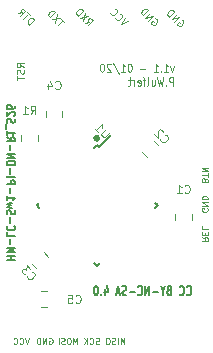
<source format=gbo>
G04 #@! TF.GenerationSoftware,KiCad,Pcbnew,(5.1.4)-1*
G04 #@! TF.CreationDate,2020-01-26T17:58:18+01:00*
G04 #@! TF.ProjectId,HM-LC-Sw1-Pl-DN-R1_S26,484d2d4c-432d-4537-9731-2d506c2d444e,rev?*
G04 #@! TF.SameCoordinates,Original*
G04 #@! TF.FileFunction,Legend,Bot*
G04 #@! TF.FilePolarity,Positive*
%FSLAX46Y46*%
G04 Gerber Fmt 4.6, Leading zero omitted, Abs format (unit mm)*
G04 Created by KiCad (PCBNEW (5.1.4)-1) date 2020-01-26 17:58:18*
%MOMM*%
%LPD*%
G04 APERTURE LIST*
%ADD10C,0.100000*%
%ADD11C,0.140000*%
%ADD12C,0.200000*%
%ADD13C,0.120000*%
%ADD14C,0.130000*%
%ADD15C,0.150000*%
G04 APERTURE END LIST*
D10*
X157385380Y-93911116D02*
X157445990Y-93931319D01*
X157506599Y-93991928D01*
X157547005Y-94072741D01*
X157547005Y-94153553D01*
X157526802Y-94214162D01*
X157466193Y-94315177D01*
X157405583Y-94375786D01*
X157304568Y-94436396D01*
X157243959Y-94456599D01*
X157163147Y-94456599D01*
X157082335Y-94416193D01*
X157041928Y-94375786D01*
X157001522Y-94294974D01*
X157001522Y-94254568D01*
X157142944Y-94113147D01*
X157223756Y-94193959D01*
X156779289Y-94113147D02*
X157203553Y-93688883D01*
X156536852Y-93870710D01*
X156961116Y-93446446D01*
X156334822Y-93668680D02*
X156759086Y-93244416D01*
X156658071Y-93143400D01*
X156577258Y-93102994D01*
X156496446Y-93102994D01*
X156435837Y-93123197D01*
X156334822Y-93183806D01*
X156274213Y-93244416D01*
X156213603Y-93345431D01*
X156193400Y-93406040D01*
X156193400Y-93486852D01*
X156233806Y-93567664D01*
X156334822Y-93668680D01*
X161297489Y-112440209D02*
X161535584Y-112606876D01*
X161297489Y-112725923D02*
X161797489Y-112725923D01*
X161797489Y-112535447D01*
X161773680Y-112487828D01*
X161749870Y-112464019D01*
X161702251Y-112440209D01*
X161630822Y-112440209D01*
X161583203Y-112464019D01*
X161559394Y-112487828D01*
X161535584Y-112535447D01*
X161535584Y-112725923D01*
X161559394Y-112225923D02*
X161559394Y-112059257D01*
X161297489Y-111987828D02*
X161297489Y-112225923D01*
X161797489Y-112225923D01*
X161797489Y-111987828D01*
X161297489Y-111535447D02*
X161297489Y-111773542D01*
X161797489Y-111773542D01*
X161569554Y-107584346D02*
X161545744Y-107512918D01*
X161521935Y-107489108D01*
X161474316Y-107465299D01*
X161402887Y-107465299D01*
X161355268Y-107489108D01*
X161331459Y-107512918D01*
X161307649Y-107560537D01*
X161307649Y-107751013D01*
X161807649Y-107751013D01*
X161807649Y-107584346D01*
X161783840Y-107536727D01*
X161760030Y-107512918D01*
X161712411Y-107489108D01*
X161664792Y-107489108D01*
X161617173Y-107512918D01*
X161593363Y-107536727D01*
X161569554Y-107584346D01*
X161569554Y-107751013D01*
X161807649Y-107322441D02*
X161807649Y-107036727D01*
X161307649Y-107179584D02*
X161807649Y-107179584D01*
X161307649Y-106870060D02*
X161807649Y-106870060D01*
X161307649Y-106584346D01*
X161807649Y-106584346D01*
X161783840Y-110012432D02*
X161807649Y-110060051D01*
X161807649Y-110131480D01*
X161783840Y-110202908D01*
X161736220Y-110250527D01*
X161688601Y-110274337D01*
X161593363Y-110298146D01*
X161521935Y-110298146D01*
X161426697Y-110274337D01*
X161379078Y-110250527D01*
X161331459Y-110202908D01*
X161307649Y-110131480D01*
X161307649Y-110083860D01*
X161331459Y-110012432D01*
X161355268Y-109988622D01*
X161521935Y-109988622D01*
X161521935Y-110083860D01*
X161307649Y-109774337D02*
X161807649Y-109774337D01*
X161307649Y-109488622D01*
X161807649Y-109488622D01*
X161307649Y-109250527D02*
X161807649Y-109250527D01*
X161807649Y-109131480D01*
X161783840Y-109060051D01*
X161736220Y-109012432D01*
X161688601Y-108988622D01*
X161593363Y-108964813D01*
X161521935Y-108964813D01*
X161426697Y-108988622D01*
X161379078Y-109012432D01*
X161331459Y-109060051D01*
X161307649Y-109131480D01*
X161307649Y-109250527D01*
D11*
X160042857Y-117285714D02*
X160071428Y-117323809D01*
X160157142Y-117361904D01*
X160214285Y-117361904D01*
X160300000Y-117323809D01*
X160357142Y-117247619D01*
X160385714Y-117171428D01*
X160414285Y-117019047D01*
X160414285Y-116904761D01*
X160385714Y-116752380D01*
X160357142Y-116676190D01*
X160300000Y-116600000D01*
X160214285Y-116561904D01*
X160157142Y-116561904D01*
X160071428Y-116600000D01*
X160042857Y-116638095D01*
X159442857Y-117285714D02*
X159471428Y-117323809D01*
X159557142Y-117361904D01*
X159614285Y-117361904D01*
X159700000Y-117323809D01*
X159757142Y-117247619D01*
X159785714Y-117171428D01*
X159814285Y-117019047D01*
X159814285Y-116904761D01*
X159785714Y-116752380D01*
X159757142Y-116676190D01*
X159700000Y-116600000D01*
X159614285Y-116561904D01*
X159557142Y-116561904D01*
X159471428Y-116600000D01*
X159442857Y-116638095D01*
X158528571Y-116942857D02*
X158442857Y-116980952D01*
X158414285Y-117019047D01*
X158385714Y-117095238D01*
X158385714Y-117209523D01*
X158414285Y-117285714D01*
X158442857Y-117323809D01*
X158500000Y-117361904D01*
X158728571Y-117361904D01*
X158728571Y-116561904D01*
X158528571Y-116561904D01*
X158471428Y-116600000D01*
X158442857Y-116638095D01*
X158414285Y-116714285D01*
X158414285Y-116790476D01*
X158442857Y-116866666D01*
X158471428Y-116904761D01*
X158528571Y-116942857D01*
X158728571Y-116942857D01*
X158014285Y-116980952D02*
X158014285Y-117361904D01*
X158214285Y-116561904D02*
X158014285Y-116980952D01*
X157814285Y-116561904D01*
X157614285Y-117057142D02*
X157157142Y-117057142D01*
X156871428Y-117361904D02*
X156871428Y-116561904D01*
X156528571Y-117361904D01*
X156528571Y-116561904D01*
X155900000Y-117285714D02*
X155928571Y-117323809D01*
X156014285Y-117361904D01*
X156071428Y-117361904D01*
X156157142Y-117323809D01*
X156214285Y-117247619D01*
X156242857Y-117171428D01*
X156271428Y-117019047D01*
X156271428Y-116904761D01*
X156242857Y-116752380D01*
X156214285Y-116676190D01*
X156157142Y-116600000D01*
X156071428Y-116561904D01*
X156014285Y-116561904D01*
X155928571Y-116600000D01*
X155900000Y-116638095D01*
X155642857Y-117057142D02*
X155185714Y-117057142D01*
X154928571Y-117323809D02*
X154842857Y-117361904D01*
X154700000Y-117361904D01*
X154642857Y-117323809D01*
X154614285Y-117285714D01*
X154585714Y-117209523D01*
X154585714Y-117133333D01*
X154614285Y-117057142D01*
X154642857Y-117019047D01*
X154700000Y-116980952D01*
X154814285Y-116942857D01*
X154871428Y-116904761D01*
X154900000Y-116866666D01*
X154928571Y-116790476D01*
X154928571Y-116714285D01*
X154900000Y-116638095D01*
X154871428Y-116600000D01*
X154814285Y-116561904D01*
X154671428Y-116561904D01*
X154585714Y-116600000D01*
X154357142Y-117133333D02*
X154071428Y-117133333D01*
X154414285Y-117361904D02*
X154214285Y-116561904D01*
X154014285Y-117361904D01*
X153100000Y-116828571D02*
X153100000Y-117361904D01*
X153242857Y-116523809D02*
X153385714Y-117095238D01*
X153014285Y-117095238D01*
X152785714Y-117285714D02*
X152757142Y-117323809D01*
X152785714Y-117361904D01*
X152814285Y-117323809D01*
X152785714Y-117285714D01*
X152785714Y-117361904D01*
X152385714Y-116561904D02*
X152328571Y-116561904D01*
X152271428Y-116600000D01*
X152242857Y-116638095D01*
X152214285Y-116714285D01*
X152185714Y-116866666D01*
X152185714Y-117057142D01*
X152214285Y-117209523D01*
X152242857Y-117285714D01*
X152271428Y-117323809D01*
X152328571Y-117361904D01*
X152385714Y-117361904D01*
X152442857Y-117323809D01*
X152471428Y-117285714D01*
X152500000Y-117209523D01*
X152528571Y-117057142D01*
X152528571Y-116866666D01*
X152500000Y-116714285D01*
X152471428Y-116638095D01*
X152442857Y-116600000D01*
X152385714Y-116561904D01*
D12*
X152622892Y-104068880D02*
G75*
G03X152622892Y-104068880I-215586J0D01*
G01*
X152512824Y-104053640D02*
G75*
G03X152512824Y-104053640I-97584J0D01*
G01*
D10*
X146665866Y-120985790D02*
X146499200Y-121485790D01*
X146332533Y-120985790D01*
X145880152Y-121438171D02*
X145903961Y-121461980D01*
X145975390Y-121485790D01*
X146023009Y-121485790D01*
X146094438Y-121461980D01*
X146142057Y-121414361D01*
X146165866Y-121366742D01*
X146189676Y-121271504D01*
X146189676Y-121200076D01*
X146165866Y-121104838D01*
X146142057Y-121057219D01*
X146094438Y-121009600D01*
X146023009Y-120985790D01*
X145975390Y-120985790D01*
X145903961Y-121009600D01*
X145880152Y-121033409D01*
X145380152Y-121438171D02*
X145403961Y-121461980D01*
X145475390Y-121485790D01*
X145523009Y-121485790D01*
X145594438Y-121461980D01*
X145642057Y-121414361D01*
X145665866Y-121366742D01*
X145689676Y-121271504D01*
X145689676Y-121200076D01*
X145665866Y-121104838D01*
X145642057Y-121057219D01*
X145594438Y-121009600D01*
X145523009Y-120985790D01*
X145475390Y-120985790D01*
X145403961Y-121009600D01*
X145380152Y-121033409D01*
X148386752Y-121009600D02*
X148434371Y-120985790D01*
X148505800Y-120985790D01*
X148577228Y-121009600D01*
X148624847Y-121057219D01*
X148648657Y-121104838D01*
X148672466Y-121200076D01*
X148672466Y-121271504D01*
X148648657Y-121366742D01*
X148624847Y-121414361D01*
X148577228Y-121461980D01*
X148505800Y-121485790D01*
X148458180Y-121485790D01*
X148386752Y-121461980D01*
X148362942Y-121438171D01*
X148362942Y-121271504D01*
X148458180Y-121271504D01*
X148148657Y-121485790D02*
X148148657Y-120985790D01*
X147862942Y-121485790D01*
X147862942Y-120985790D01*
X147624847Y-121485790D02*
X147624847Y-120985790D01*
X147505800Y-120985790D01*
X147434371Y-121009600D01*
X147386752Y-121057219D01*
X147362942Y-121104838D01*
X147339133Y-121200076D01*
X147339133Y-121271504D01*
X147362942Y-121366742D01*
X147386752Y-121414361D01*
X147434371Y-121461980D01*
X147505800Y-121485790D01*
X147624847Y-121485790D01*
D13*
X158936285Y-97980000D02*
X158793428Y-98446666D01*
X158650571Y-97980000D01*
X158107714Y-98446666D02*
X158450571Y-98446666D01*
X158279142Y-98446666D02*
X158279142Y-97746666D01*
X158336285Y-97846666D01*
X158393428Y-97913333D01*
X158450571Y-97946666D01*
X157850571Y-98380000D02*
X157822000Y-98413333D01*
X157850571Y-98446666D01*
X157879142Y-98413333D01*
X157850571Y-98380000D01*
X157850571Y-98446666D01*
X157250571Y-98446666D02*
X157593428Y-98446666D01*
X157422000Y-98446666D02*
X157422000Y-97746666D01*
X157479142Y-97846666D01*
X157536285Y-97913333D01*
X157593428Y-97946666D01*
X156536285Y-98180000D02*
X156079142Y-98180000D01*
X155222000Y-97746666D02*
X155164857Y-97746666D01*
X155107714Y-97780000D01*
X155079142Y-97813333D01*
X155050571Y-97880000D01*
X155022000Y-98013333D01*
X155022000Y-98180000D01*
X155050571Y-98313333D01*
X155079142Y-98380000D01*
X155107714Y-98413333D01*
X155164857Y-98446666D01*
X155222000Y-98446666D01*
X155279142Y-98413333D01*
X155307714Y-98380000D01*
X155336285Y-98313333D01*
X155364857Y-98180000D01*
X155364857Y-98013333D01*
X155336285Y-97880000D01*
X155307714Y-97813333D01*
X155279142Y-97780000D01*
X155222000Y-97746666D01*
X154450571Y-98446666D02*
X154793428Y-98446666D01*
X154622000Y-98446666D02*
X154622000Y-97746666D01*
X154679142Y-97846666D01*
X154736285Y-97913333D01*
X154793428Y-97946666D01*
X153764857Y-97713333D02*
X154279142Y-98613333D01*
X153593428Y-97813333D02*
X153564857Y-97780000D01*
X153507714Y-97746666D01*
X153364857Y-97746666D01*
X153307714Y-97780000D01*
X153279142Y-97813333D01*
X153250571Y-97880000D01*
X153250571Y-97946666D01*
X153279142Y-98046666D01*
X153622000Y-98446666D01*
X153250571Y-98446666D01*
X152879142Y-97746666D02*
X152822000Y-97746666D01*
X152764857Y-97780000D01*
X152736285Y-97813333D01*
X152707714Y-97880000D01*
X152679142Y-98013333D01*
X152679142Y-98180000D01*
X152707714Y-98313333D01*
X152736285Y-98380000D01*
X152764857Y-98413333D01*
X152822000Y-98446666D01*
X152879142Y-98446666D01*
X152936285Y-98413333D01*
X152964857Y-98380000D01*
X152993428Y-98313333D01*
X153022000Y-98180000D01*
X153022000Y-98013333D01*
X152993428Y-97880000D01*
X152964857Y-97813333D01*
X152936285Y-97780000D01*
X152879142Y-97746666D01*
X158879142Y-99616666D02*
X158879142Y-98916666D01*
X158650571Y-98916666D01*
X158593428Y-98950000D01*
X158564857Y-98983333D01*
X158536285Y-99050000D01*
X158536285Y-99150000D01*
X158564857Y-99216666D01*
X158593428Y-99250000D01*
X158650571Y-99283333D01*
X158879142Y-99283333D01*
X158279142Y-99550000D02*
X158250571Y-99583333D01*
X158279142Y-99616666D01*
X158307714Y-99583333D01*
X158279142Y-99550000D01*
X158279142Y-99616666D01*
X158050571Y-98916666D02*
X157907714Y-99616666D01*
X157793428Y-99116666D01*
X157679142Y-99616666D01*
X157536285Y-98916666D01*
X157050571Y-99150000D02*
X157050571Y-99616666D01*
X157307714Y-99150000D02*
X157307714Y-99516666D01*
X157279142Y-99583333D01*
X157222000Y-99616666D01*
X157136285Y-99616666D01*
X157079142Y-99583333D01*
X157050571Y-99550000D01*
X156679142Y-99616666D02*
X156736285Y-99583333D01*
X156764857Y-99516666D01*
X156764857Y-98916666D01*
X156536285Y-99150000D02*
X156307714Y-99150000D01*
X156450571Y-99616666D02*
X156450571Y-99016666D01*
X156422000Y-98950000D01*
X156364857Y-98916666D01*
X156307714Y-98916666D01*
X155879142Y-99583333D02*
X155936285Y-99616666D01*
X156050571Y-99616666D01*
X156107714Y-99583333D01*
X156136285Y-99516666D01*
X156136285Y-99250000D01*
X156107714Y-99183333D01*
X156050571Y-99150000D01*
X155936285Y-99150000D01*
X155879142Y-99183333D01*
X155850571Y-99250000D01*
X155850571Y-99316666D01*
X156136285Y-99383333D01*
X155593428Y-99616666D02*
X155593428Y-99150000D01*
X155593428Y-99283333D02*
X155564857Y-99216666D01*
X155536285Y-99183333D01*
X155479142Y-99150000D01*
X155422000Y-99150000D01*
X155307714Y-99150000D02*
X155079142Y-99150000D01*
X155222000Y-98916666D02*
X155222000Y-99516666D01*
X155193428Y-99583333D01*
X155136285Y-99616666D01*
X155079142Y-99616666D01*
D14*
X144783333Y-114367857D02*
X145483333Y-114367857D01*
X145150000Y-114367857D02*
X145150000Y-114025000D01*
X144783333Y-114025000D02*
X145483333Y-114025000D01*
X144783333Y-113739285D02*
X145483333Y-113739285D01*
X144983333Y-113539285D01*
X145483333Y-113339285D01*
X144783333Y-113339285D01*
X145050000Y-113053571D02*
X145050000Y-112596428D01*
X144783333Y-112025000D02*
X144783333Y-112310714D01*
X145483333Y-112310714D01*
X144850000Y-111482142D02*
X144816666Y-111510714D01*
X144783333Y-111596428D01*
X144783333Y-111653571D01*
X144816666Y-111739285D01*
X144883333Y-111796428D01*
X144950000Y-111825000D01*
X145083333Y-111853571D01*
X145183333Y-111853571D01*
X145316666Y-111825000D01*
X145383333Y-111796428D01*
X145450000Y-111739285D01*
X145483333Y-111653571D01*
X145483333Y-111596428D01*
X145450000Y-111510714D01*
X145416666Y-111482142D01*
X145050000Y-111225000D02*
X145050000Y-110767857D01*
X144816666Y-110510714D02*
X144783333Y-110425000D01*
X144783333Y-110282142D01*
X144816666Y-110225000D01*
X144850000Y-110196428D01*
X144916666Y-110167857D01*
X144983333Y-110167857D01*
X145050000Y-110196428D01*
X145083333Y-110225000D01*
X145116666Y-110282142D01*
X145150000Y-110396428D01*
X145183333Y-110453571D01*
X145216666Y-110482142D01*
X145283333Y-110510714D01*
X145350000Y-110510714D01*
X145416666Y-110482142D01*
X145450000Y-110453571D01*
X145483333Y-110396428D01*
X145483333Y-110253571D01*
X145450000Y-110167857D01*
X145250000Y-109967857D02*
X144783333Y-109853571D01*
X145116666Y-109739285D01*
X144783333Y-109625000D01*
X145250000Y-109510714D01*
X144783333Y-108967857D02*
X144783333Y-109310714D01*
X144783333Y-109139285D02*
X145483333Y-109139285D01*
X145383333Y-109196428D01*
X145316666Y-109253571D01*
X145283333Y-109310714D01*
X145050000Y-108710714D02*
X145050000Y-108253571D01*
X144783333Y-107967857D02*
X145483333Y-107967857D01*
X145483333Y-107739285D01*
X145450000Y-107682142D01*
X145416666Y-107653571D01*
X145350000Y-107625000D01*
X145250000Y-107625000D01*
X145183333Y-107653571D01*
X145150000Y-107682142D01*
X145116666Y-107739285D01*
X145116666Y-107967857D01*
X144783333Y-107282142D02*
X144816666Y-107339285D01*
X144883333Y-107367857D01*
X145483333Y-107367857D01*
X145050000Y-107053571D02*
X145050000Y-106596428D01*
X144783333Y-106310714D02*
X145483333Y-106310714D01*
X145483333Y-106167857D01*
X145450000Y-106082142D01*
X145383333Y-106025000D01*
X145316666Y-105996428D01*
X145183333Y-105967857D01*
X145083333Y-105967857D01*
X144950000Y-105996428D01*
X144883333Y-106025000D01*
X144816666Y-106082142D01*
X144783333Y-106167857D01*
X144783333Y-106310714D01*
X144783333Y-105710714D02*
X145483333Y-105710714D01*
X144783333Y-105367857D01*
X145483333Y-105367857D01*
X145050000Y-105082142D02*
X145050000Y-104625000D01*
X144783333Y-103996428D02*
X145116666Y-104196428D01*
X144783333Y-104339285D02*
X145483333Y-104339285D01*
X145483333Y-104110714D01*
X145450000Y-104053571D01*
X145416666Y-104025000D01*
X145350000Y-103996428D01*
X145250000Y-103996428D01*
X145183333Y-104025000D01*
X145150000Y-104053571D01*
X145116666Y-104110714D01*
X145116666Y-104339285D01*
X144783333Y-103425000D02*
X144783333Y-103767857D01*
X144783333Y-103596428D02*
X145483333Y-103596428D01*
X145383333Y-103653571D01*
X145316666Y-103710714D01*
X145283333Y-103767857D01*
X144716666Y-103310714D02*
X144716666Y-102853571D01*
X144816666Y-102739285D02*
X144783333Y-102653571D01*
X144783333Y-102510714D01*
X144816666Y-102453571D01*
X144850000Y-102425000D01*
X144916666Y-102396428D01*
X144983333Y-102396428D01*
X145050000Y-102425000D01*
X145083333Y-102453571D01*
X145116666Y-102510714D01*
X145150000Y-102625000D01*
X145183333Y-102682142D01*
X145216666Y-102710714D01*
X145283333Y-102739285D01*
X145350000Y-102739285D01*
X145416666Y-102710714D01*
X145450000Y-102682142D01*
X145483333Y-102625000D01*
X145483333Y-102482142D01*
X145450000Y-102396428D01*
X145416666Y-102167857D02*
X145450000Y-102139285D01*
X145483333Y-102082142D01*
X145483333Y-101939285D01*
X145450000Y-101882142D01*
X145416666Y-101853571D01*
X145350000Y-101825000D01*
X145283333Y-101825000D01*
X145183333Y-101853571D01*
X144783333Y-102196428D01*
X144783333Y-101825000D01*
X145483333Y-101310714D02*
X145483333Y-101425000D01*
X145450000Y-101482142D01*
X145416666Y-101510714D01*
X145316666Y-101567857D01*
X145183333Y-101596428D01*
X144916666Y-101596428D01*
X144850000Y-101567857D01*
X144816666Y-101539285D01*
X144783333Y-101482142D01*
X144783333Y-101367857D01*
X144816666Y-101310714D01*
X144850000Y-101282142D01*
X144916666Y-101253571D01*
X145083333Y-101253571D01*
X145150000Y-101282142D01*
X145183333Y-101310714D01*
X145216666Y-101367857D01*
X145216666Y-101482142D01*
X145183333Y-101539285D01*
X145150000Y-101567857D01*
X145083333Y-101596428D01*
D10*
X150757474Y-121485790D02*
X150757474Y-120985790D01*
X150590807Y-121342933D01*
X150424140Y-120985790D01*
X150424140Y-121485790D01*
X150090807Y-120985790D02*
X149995569Y-120985790D01*
X149947950Y-121009600D01*
X149900331Y-121057219D01*
X149876521Y-121152457D01*
X149876521Y-121319123D01*
X149900331Y-121414361D01*
X149947950Y-121461980D01*
X149995569Y-121485790D01*
X150090807Y-121485790D01*
X150138426Y-121461980D01*
X150186045Y-121414361D01*
X150209855Y-121319123D01*
X150209855Y-121152457D01*
X150186045Y-121057219D01*
X150138426Y-121009600D01*
X150090807Y-120985790D01*
X149686045Y-121461980D02*
X149614617Y-121485790D01*
X149495569Y-121485790D01*
X149447950Y-121461980D01*
X149424140Y-121438171D01*
X149400331Y-121390552D01*
X149400331Y-121342933D01*
X149424140Y-121295314D01*
X149447950Y-121271504D01*
X149495569Y-121247695D01*
X149590807Y-121223885D01*
X149638426Y-121200076D01*
X149662236Y-121176266D01*
X149686045Y-121128647D01*
X149686045Y-121081028D01*
X149662236Y-121033409D01*
X149638426Y-121009600D01*
X149590807Y-120985790D01*
X149471760Y-120985790D01*
X149400331Y-121009600D01*
X149186045Y-121485790D02*
X149186045Y-120985790D01*
X152611057Y-121456900D02*
X152539628Y-121480710D01*
X152420580Y-121480710D01*
X152372961Y-121456900D01*
X152349152Y-121433091D01*
X152325342Y-121385472D01*
X152325342Y-121337853D01*
X152349152Y-121290234D01*
X152372961Y-121266424D01*
X152420580Y-121242615D01*
X152515819Y-121218805D01*
X152563438Y-121194996D01*
X152587247Y-121171186D01*
X152611057Y-121123567D01*
X152611057Y-121075948D01*
X152587247Y-121028329D01*
X152563438Y-121004520D01*
X152515819Y-120980710D01*
X152396771Y-120980710D01*
X152325342Y-121004520D01*
X151825342Y-121433091D02*
X151849152Y-121456900D01*
X151920580Y-121480710D01*
X151968200Y-121480710D01*
X152039628Y-121456900D01*
X152087247Y-121409281D01*
X152111057Y-121361662D01*
X152134866Y-121266424D01*
X152134866Y-121194996D01*
X152111057Y-121099758D01*
X152087247Y-121052139D01*
X152039628Y-121004520D01*
X151968200Y-120980710D01*
X151920580Y-120980710D01*
X151849152Y-121004520D01*
X151825342Y-121028329D01*
X151611057Y-121480710D02*
X151611057Y-120980710D01*
X151325342Y-121480710D02*
X151539628Y-121194996D01*
X151325342Y-120980710D02*
X151611057Y-121266424D01*
X154760514Y-121475630D02*
X154760514Y-120975630D01*
X154593847Y-121332773D01*
X154427180Y-120975630D01*
X154427180Y-121475630D01*
X154189085Y-121475630D02*
X154189085Y-120975630D01*
X153974800Y-121451820D02*
X153903371Y-121475630D01*
X153784323Y-121475630D01*
X153736704Y-121451820D01*
X153712895Y-121428011D01*
X153689085Y-121380392D01*
X153689085Y-121332773D01*
X153712895Y-121285154D01*
X153736704Y-121261344D01*
X153784323Y-121237535D01*
X153879561Y-121213725D01*
X153927180Y-121189916D01*
X153950990Y-121166106D01*
X153974800Y-121118487D01*
X153974800Y-121070868D01*
X153950990Y-121023249D01*
X153927180Y-120999440D01*
X153879561Y-120975630D01*
X153760514Y-120975630D01*
X153689085Y-120999440D01*
X153379561Y-120975630D02*
X153284323Y-120975630D01*
X153236704Y-120999440D01*
X153189085Y-121047059D01*
X153165276Y-121142297D01*
X153165276Y-121308963D01*
X153189085Y-121404201D01*
X153236704Y-121451820D01*
X153284323Y-121475630D01*
X153379561Y-121475630D01*
X153427180Y-121451820D01*
X153474800Y-121404201D01*
X153498609Y-121308963D01*
X153498609Y-121142297D01*
X153474800Y-121047059D01*
X153427180Y-120999440D01*
X153379561Y-120975630D01*
X146241428Y-98031428D02*
X145955714Y-97831428D01*
X146241428Y-97688571D02*
X145641428Y-97688571D01*
X145641428Y-97917142D01*
X145670000Y-97974285D01*
X145698571Y-98002857D01*
X145755714Y-98031428D01*
X145841428Y-98031428D01*
X145898571Y-98002857D01*
X145927142Y-97974285D01*
X145955714Y-97917142D01*
X145955714Y-97688571D01*
X146212857Y-98260000D02*
X146241428Y-98345714D01*
X146241428Y-98488571D01*
X146212857Y-98545714D01*
X146184285Y-98574285D01*
X146127142Y-98602857D01*
X146070000Y-98602857D01*
X146012857Y-98574285D01*
X145984285Y-98545714D01*
X145955714Y-98488571D01*
X145927142Y-98374285D01*
X145898571Y-98317142D01*
X145870000Y-98288571D01*
X145812857Y-98260000D01*
X145755714Y-98260000D01*
X145698571Y-98288571D01*
X145670000Y-98317142D01*
X145641428Y-98374285D01*
X145641428Y-98517142D01*
X145670000Y-98602857D01*
X145641428Y-98774285D02*
X145641428Y-99117142D01*
X146241428Y-98945714D02*
X145641428Y-98945714D01*
X146692944Y-94446802D02*
X147117208Y-94022538D01*
X147016193Y-93921522D01*
X146935380Y-93881116D01*
X146854568Y-93881116D01*
X146793959Y-93901319D01*
X146692944Y-93961928D01*
X146632335Y-94022538D01*
X146571725Y-94123553D01*
X146551522Y-94184162D01*
X146551522Y-94264974D01*
X146591928Y-94345786D01*
X146692944Y-94446802D01*
X146753553Y-93658883D02*
X146511116Y-93416446D01*
X146208071Y-93961928D02*
X146632335Y-93537664D01*
X145702994Y-93456852D02*
X146046446Y-93396243D01*
X145945431Y-93699289D02*
X146369695Y-93275025D01*
X146208071Y-93113400D01*
X146147461Y-93093197D01*
X146107055Y-93093197D01*
X146046446Y-93113400D01*
X145985837Y-93174009D01*
X145965634Y-93234619D01*
X145965634Y-93275025D01*
X145985837Y-93335634D01*
X146147461Y-93497258D01*
X151390913Y-94274771D02*
X151734365Y-94214162D01*
X151633350Y-94517208D02*
X152057614Y-94092944D01*
X151895990Y-93931319D01*
X151835380Y-93911116D01*
X151794974Y-93911116D01*
X151734365Y-93931319D01*
X151673756Y-93991928D01*
X151653553Y-94052538D01*
X151653553Y-94092944D01*
X151673756Y-94153553D01*
X151835380Y-94315177D01*
X151673756Y-93709086D02*
X150966649Y-93850507D01*
X151390913Y-93426243D02*
X151249492Y-94133350D01*
X150805025Y-93688883D02*
X151229289Y-93264619D01*
X151128274Y-93163603D01*
X151047461Y-93123197D01*
X150966649Y-93123197D01*
X150906040Y-93143400D01*
X150805025Y-93204009D01*
X150744416Y-93264619D01*
X150683806Y-93365634D01*
X150663603Y-93426243D01*
X150663603Y-93507055D01*
X150704009Y-93587867D01*
X150805025Y-93688883D01*
X149667715Y-94203045D02*
X149425279Y-93960609D01*
X149122233Y-94506091D02*
X149546497Y-94081827D01*
X149324264Y-93859593D02*
X148617157Y-94001015D01*
X149041421Y-93576751D02*
X148900000Y-94283857D01*
X148455532Y-93839390D02*
X148879796Y-93415126D01*
X148778781Y-93314111D01*
X148697969Y-93273705D01*
X148617157Y-93273705D01*
X148556548Y-93293908D01*
X148455532Y-93354517D01*
X148394923Y-93415126D01*
X148334314Y-93516142D01*
X148314111Y-93576751D01*
X148314111Y-93657563D01*
X148354517Y-93738375D01*
X148455532Y-93839390D01*
X155048020Y-94133350D02*
X154482335Y-94416193D01*
X154765177Y-93850507D01*
X153997461Y-93850507D02*
X153997461Y-93890913D01*
X154037867Y-93971725D01*
X154078274Y-94012132D01*
X154159086Y-94052538D01*
X154239898Y-94052538D01*
X154300507Y-94032335D01*
X154401522Y-93971725D01*
X154462132Y-93911116D01*
X154522741Y-93810101D01*
X154542944Y-93749492D01*
X154542944Y-93668680D01*
X154502538Y-93587867D01*
X154462132Y-93547461D01*
X154381319Y-93507055D01*
X154340913Y-93507055D01*
X153573197Y-93426243D02*
X153573197Y-93466649D01*
X153613603Y-93547461D01*
X153654009Y-93587867D01*
X153734822Y-93628274D01*
X153815634Y-93628274D01*
X153876243Y-93608071D01*
X153977258Y-93547461D01*
X154037867Y-93486852D01*
X154098477Y-93385837D01*
X154118680Y-93325228D01*
X154118680Y-93244416D01*
X154078274Y-93163603D01*
X154037867Y-93123197D01*
X153957055Y-93082791D01*
X153916649Y-93082791D01*
X159590180Y-94014916D02*
X159650790Y-94035119D01*
X159711399Y-94095728D01*
X159751805Y-94176541D01*
X159751805Y-94257353D01*
X159731602Y-94317962D01*
X159670993Y-94418977D01*
X159610383Y-94479586D01*
X159509368Y-94540196D01*
X159448759Y-94560399D01*
X159367947Y-94560399D01*
X159287135Y-94519993D01*
X159246728Y-94479586D01*
X159206322Y-94398774D01*
X159206322Y-94358368D01*
X159347744Y-94216947D01*
X159428556Y-94297759D01*
X158984089Y-94216947D02*
X159408353Y-93792683D01*
X158741652Y-93974510D01*
X159165916Y-93550246D01*
X158539622Y-93772480D02*
X158963886Y-93348216D01*
X158862871Y-93247200D01*
X158782058Y-93206794D01*
X158701246Y-93206794D01*
X158640637Y-93226997D01*
X158539622Y-93287606D01*
X158479013Y-93348216D01*
X158418403Y-93449231D01*
X158398200Y-93509840D01*
X158398200Y-93590652D01*
X158438606Y-93671464D01*
X158539622Y-93772480D01*
D13*
X146040000Y-104336252D02*
X146040000Y-103813748D01*
X147460000Y-104336252D02*
X147460000Y-103813748D01*
X159040000Y-111011252D02*
X159040000Y-110488748D01*
X160460000Y-111011252D02*
X160460000Y-110488748D01*
X156632687Y-105636779D02*
X156263221Y-105267313D01*
X157636779Y-104632687D02*
X157267313Y-104263221D01*
X147307487Y-115088379D02*
X146938021Y-114718913D01*
X148311579Y-114084287D02*
X147942113Y-113714821D01*
X149510000Y-101738748D02*
X149510000Y-102261252D01*
X148090000Y-101738748D02*
X148090000Y-102261252D01*
X147688748Y-116965000D02*
X148211252Y-116965000D01*
X147688748Y-118385000D02*
X148211252Y-118385000D01*
D15*
X152609899Y-104785975D02*
X153617526Y-103778348D01*
X147324276Y-109753400D02*
X147554086Y-109523590D01*
X152450800Y-114879924D02*
X152680610Y-114650114D01*
X157577324Y-109753400D02*
X157347514Y-109983210D01*
X152450800Y-104626876D02*
X152220990Y-104856686D01*
X157577324Y-109753400D02*
X157347514Y-109523590D01*
X152450800Y-114879924D02*
X152220990Y-114650114D01*
X147324276Y-109753400D02*
X147554086Y-109983210D01*
X152450800Y-104626876D02*
X152609899Y-104785975D01*
D10*
X146816666Y-102016666D02*
X147050000Y-101683333D01*
X147216666Y-102016666D02*
X147216666Y-101316666D01*
X146950000Y-101316666D01*
X146883333Y-101350000D01*
X146850000Y-101383333D01*
X146816666Y-101450000D01*
X146816666Y-101550000D01*
X146850000Y-101616666D01*
X146883333Y-101650000D01*
X146950000Y-101683333D01*
X147216666Y-101683333D01*
X146150000Y-102016666D02*
X146550000Y-102016666D01*
X146350000Y-102016666D02*
X146350000Y-101316666D01*
X146416666Y-101416666D01*
X146483333Y-101483333D01*
X146550000Y-101516666D01*
X159856506Y-108650000D02*
X159889840Y-108683333D01*
X159989840Y-108716666D01*
X160056506Y-108716666D01*
X160156506Y-108683333D01*
X160223173Y-108616666D01*
X160256506Y-108550000D01*
X160289840Y-108416666D01*
X160289840Y-108316666D01*
X160256506Y-108183333D01*
X160223173Y-108116666D01*
X160156506Y-108050000D01*
X160056506Y-108016666D01*
X159989840Y-108016666D01*
X159889840Y-108050000D01*
X159856506Y-108083333D01*
X159189840Y-108716666D02*
X159589840Y-108716666D01*
X159389840Y-108716666D02*
X159389840Y-108016666D01*
X159456506Y-108116666D01*
X159523173Y-108183333D01*
X159589840Y-108216666D01*
X157805719Y-104159271D02*
X157805719Y-104206411D01*
X157852859Y-104300692D01*
X157900000Y-104347833D01*
X157994280Y-104394973D01*
X158088561Y-104394973D01*
X158159272Y-104371403D01*
X158277123Y-104300692D01*
X158347834Y-104229982D01*
X158418544Y-104112131D01*
X158442115Y-104041420D01*
X158442115Y-103947139D01*
X158394974Y-103852858D01*
X158347834Y-103805718D01*
X158253553Y-103758577D01*
X158206412Y-103758577D01*
X158017851Y-103570015D02*
X158017851Y-103522875D01*
X157994280Y-103452164D01*
X157876429Y-103334313D01*
X157805719Y-103310743D01*
X157758578Y-103310743D01*
X157687867Y-103334313D01*
X157640727Y-103381454D01*
X157593587Y-103475734D01*
X157593587Y-104041420D01*
X157287174Y-103735007D01*
X146505719Y-115759272D02*
X146505719Y-115806412D01*
X146552859Y-115900693D01*
X146600000Y-115947834D01*
X146694280Y-115994974D01*
X146788561Y-115994974D01*
X146859272Y-115971404D01*
X146977123Y-115900693D01*
X147047834Y-115829983D01*
X147118544Y-115712132D01*
X147142115Y-115641421D01*
X147142115Y-115547140D01*
X147094974Y-115452859D01*
X147047834Y-115405719D01*
X146953553Y-115358578D01*
X146906412Y-115358578D01*
X146788561Y-115146446D02*
X146482148Y-114840033D01*
X146458578Y-115193587D01*
X146387867Y-115122876D01*
X146317157Y-115099306D01*
X146270016Y-115099306D01*
X146199306Y-115122876D01*
X146081455Y-115240727D01*
X146057884Y-115311438D01*
X146057884Y-115358578D01*
X146081455Y-115429289D01*
X146222876Y-115570710D01*
X146293587Y-115594280D01*
X146340727Y-115594280D01*
X148916666Y-99850000D02*
X148950000Y-99883333D01*
X149050000Y-99916666D01*
X149116666Y-99916666D01*
X149216666Y-99883333D01*
X149283333Y-99816666D01*
X149316666Y-99750000D01*
X149350000Y-99616666D01*
X149350000Y-99516666D01*
X149316666Y-99383333D01*
X149283333Y-99316666D01*
X149216666Y-99250000D01*
X149116666Y-99216666D01*
X149050000Y-99216666D01*
X148950000Y-99250000D01*
X148916666Y-99283333D01*
X148316666Y-99450000D02*
X148316666Y-99916666D01*
X148483333Y-99183333D02*
X148650000Y-99683333D01*
X148216666Y-99683333D01*
X150616666Y-117950000D02*
X150650000Y-117983333D01*
X150750000Y-118016666D01*
X150816666Y-118016666D01*
X150916666Y-117983333D01*
X150983333Y-117916666D01*
X151016666Y-117850000D01*
X151050000Y-117716666D01*
X151050000Y-117616666D01*
X151016666Y-117483333D01*
X150983333Y-117416666D01*
X150916666Y-117350000D01*
X150816666Y-117316666D01*
X150750000Y-117316666D01*
X150650000Y-117350000D01*
X150616666Y-117383333D01*
X149983333Y-117316666D02*
X150316666Y-117316666D01*
X150350000Y-117650000D01*
X150316666Y-117616666D01*
X150250000Y-117583333D01*
X150083333Y-117583333D01*
X150016666Y-117616666D01*
X149983333Y-117650000D01*
X149950000Y-117716666D01*
X149950000Y-117883333D01*
X149983333Y-117950000D01*
X150016666Y-117983333D01*
X150083333Y-118016666D01*
X150250000Y-118016666D01*
X150316666Y-117983333D01*
X150350000Y-117950000D01*
X153505381Y-103524706D02*
X153104687Y-103925399D01*
X153033976Y-103948970D01*
X152986836Y-103948970D01*
X152916125Y-103925399D01*
X152821844Y-103831118D01*
X152798274Y-103760408D01*
X152798274Y-103713267D01*
X152821844Y-103642557D01*
X153222538Y-103241863D01*
X152232589Y-103241863D02*
X152515431Y-103524706D01*
X152374010Y-103383284D02*
X152868985Y-102888309D01*
X152845414Y-103006161D01*
X152845414Y-103100441D01*
X152868985Y-103171152D01*
M02*

</source>
